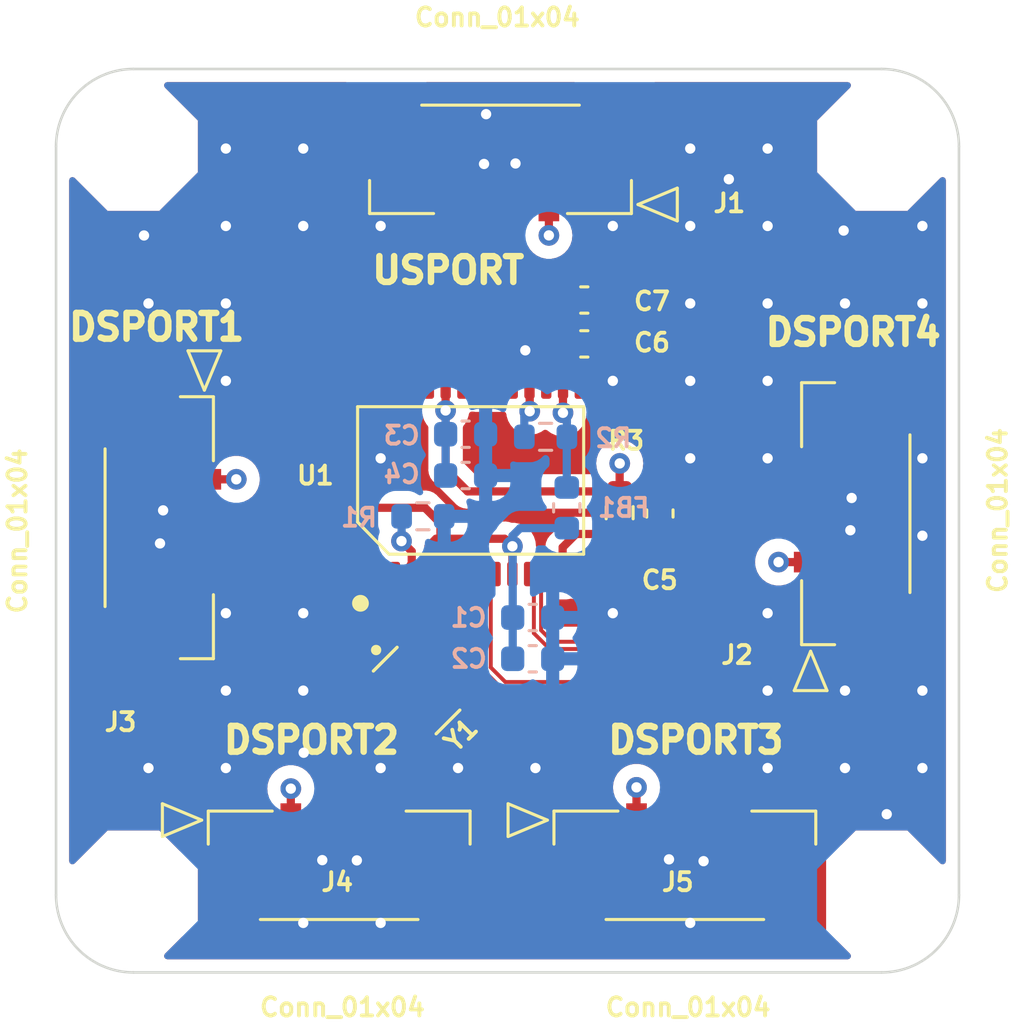
<source format=kicad_pcb>
(kicad_pcb (version 20211014) (generator pcbnew)
  (layers (0 "F.Cu" signal) (1 "In1.Cu" signal) (2 "In2.Cu" signal) (31 "B.Cu" signal) (34 "B.Paste" user) (35 "F.Paste" user) (36 "B.SilkS" user "B.Silkscreen") (37 "F.SilkS" user "F.Silkscreen") (38 "B.Mask" user) (39 "F.Mask" user) (44 "Edge.Cuts" user))
  (property "test" "gpio")
  (net 0 "")
  (net 1 "/AVDD")
  (net 2 "GND")
  (net 3 "+5V")
  (net 4 "/RESET")
  (net 5 "+3.3V")
  (net 6 "Net-(R1-Pad2)")
  (net 7 "Net-(R2-Pad2)")
  (net 8 "/X1")
  (net 9 "/X2")
  (net 15 "/D1-")
  (net 16 "/D1+")
  (net 17 "/D2-")
  (net 18 "/D2+")
  (net 19 "/D0+")
  (net 20 "/D0-")
  (net 21 "/D3-")
  (net 22 "/D3+")
  (net 23 "/D4-")
  (net 24 "/D4+")
  (footprint "Dotworld:JST-4P_1.25mm" (layer "F.Cu") (at 117.1 100.1 180)
    (fp_text reference "J4" (at -1.8 -2.4) (layer "F.SilkS") (effects (font (size 0.7 0.7))))
    (fp_text value "Conn_01x04" (at -2 -7.25) (layer "F.SilkS") (effects (font (size 0.7 0.7))))
    (fp_line (start -6.949991 0.35) (end -4.47004 0.35) (layer "F.SilkS") (width 0.12))
    (fp_line (start 3.453988 0) (end 4.977988 -0.635) (layer "F.SilkS") (width 0.12))
    (fp_line (start 4.977988 -0.635) (end 4.977988 0.635) (layer "F.SilkS") (width 0.12))
    (fp_line (start 1.17996 -3.849999) (end -4.92996 -3.849999) (layer "F.SilkS") (width 0.12))
    (fp_line (start 3.199989 0.35) (end 3.199989 -0.92996) (layer "F.SilkS") (width 0.12))
    (fp_line (start 0.72004 0.35) (end 3.199989 0.35) (layer "F.SilkS") (width 0.12))
    (fp_line (start 4.977988 0.635) (end 3.453988 0) (layer "F.SilkS") (width 0.12))
    (fp_line (start -6.949991 -0.92996) (end -6.949991 0.35) (layer "F.SilkS") (width 0.12))
    (pad "1" smd rect (at 0 0 180) (size 0.8 1.3) (layers "F.Cu" "F.Paste" "F.Mask") (net 3 "+5V"))
    (pad "2" smd rect (at -1.25 0 180) (size 0.8 1.3) (layers "F.Cu" "F.Paste" "F.Mask") (net 17 "/D2-"))
    (pad "3" smd rect (at -2.5 0 180) (size 0.8 1.3) (layers "F.Cu" "F.Paste" "F.Mask") (net 18 "/D2+"))
    (pad "4" smd rect (at -3.75 0 180) (size 0.8 1.3) (layers "F.Cu" "F.Paste" "F.Mask") (net 2 "GND"))
    (pad "5" smd rect (at 2.55 -2.75 180) (size 2.1 2.999999) (layers "F.Cu" "F.Paste" "F.Mask"))
    (pad "6" smd rect (at -6.3 -2.75 180) (size 2.1 2.999999) (layers "F.Cu" "F.Paste" "F.Mask"))
  )
  (footprint "Dotworld:JST-4P_1.25mm" (layer "F.Cu") (at 137.25 90.103502 -90)
    (fp_text reference "J2" (at 3.596498 2.85 180) (layer "F.SilkS") (effects (font (size 0.7 0.7))))
    (fp_text value "Conn_01x04" (at -2 -7.25 90) (layer "F.SilkS") (effects (font (size 0.7 0.7))))
    (fp_line (start 1.17996 -3.849999) (end -4.92996 -3.849999) (layer "F.SilkS") (width 0.12))
    (fp_line (start 4.977988 -0.635) (end 4.977988 0.635) (layer "F.SilkS") (width 0.12))
    (fp_line (start -6.949991 0.35) (end -4.47004 0.35) (layer "F.SilkS") (width 0.12))
    (fp_line (start 4.977988 0.635) (end 3.453988 0) (layer "F.SilkS") (width 0.12))
    (fp_line (start -6.949991 -0.92996) (end -6.949991 0.35) (layer "F.SilkS") (width 0.12))
    (fp_line (start 3.199989 0.35) (end 3.199989 -0.92996) (layer "F.SilkS") (width 0.12))
    (fp_line (start 0.72004 0.35) (end 3.199989 0.35) (layer "F.SilkS") (width 0.12))
    (fp_line (start 3.453988 0) (end 4.977988 -0.635) (layer "F.SilkS") (width 0.12))
    (pad "1" smd rect (at 0 0 270) (size 0.8 1.3) (layers "F.Cu" "F.Paste" "F.Mask") (net 3 "+5V"))
    (pad "2" smd rect (at -1.25 0 270) (size 0.8 1.3) (layers "F.Cu" "F.Paste" "F.Mask") (net 23 "/D4-"))
    (pad "3" smd rect (at -2.5 0 270) (size 0.8 1.3) (layers "F.Cu" "F.Paste" "F.Mask") (net 24 "/D4+"))
    (pad "4" smd rect (at -3.75 0 270) (size 0.8 1.3) (layers "F.Cu" "F.Paste" "F.Mask") (net 2 "GND"))
    (pad "5" smd rect (at 2.55 -2.75 270) (size 2.1 2.999999) (layers "F.Cu" "F.Paste" "F.Mask"))
    (pad "6" smd rect (at -6.3 -2.75 270) (size 2.1 2.999999) (layers "F.Cu" "F.Paste" "F.Mask"))
  )
  (footprint "MountingHole:MountingHole_2.2mm_M2" (layer "F.Cu") (at 111 103)
    (fp_text reference "H4" hide)
    (fp_text value "MountingHole")
    (pad "" np_thru_hole circle (at 0 0) (size 2.2 2.2) (drill 2.2) (layers *.Cu *.Mask))
  )
  (footprint "MountingHole:MountingHole_2.2mm_M2" (layer "F.Cu") (at 140 74)
    (fp_text reference "H2" hide)
    (fp_text value "MountingHole")
    (pad "" np_thru_hole circle (at 0 0) (size 2.2 2.2) (drill 2.2) (layers *.Cu *.Mask))
  )
  (footprint "Capacitor_SMD:C_0603_1608Metric" (layer "F.Cu") (at 131.4068 88.22 90)
    (fp_text reference "C5" (at -2.58 -0.0068 180) (layer "F.SilkS") (effects (font (size 0.7 0.7))))
    (fp_text value "100nF")
    (fp_line (start -0.14058 -0.51) (end 0.14058 -0.51) (layer "F.SilkS") (width 0.12))
    (fp_line (start -0.14058 0.51) (end 0.14058 0.51) (layer "F.SilkS") (width 0.12))
    (pad "1" smd roundrect (at -0.775 0 90) (size 0.9 0.95) (layers "F.Cu" "F.Paste" "F.Mask") (net 4 "/RESET"))
    (pad "2" smd roundrect (at 0.775 0 90) (size 0.9 0.95) (layers "F.Cu" "F.Paste" "F.Mask") (net 2 "GND"))
  )
  (footprint "Capacitor_SMD:C_0603_1608Metric" (layer "F.Cu") (at 128.4768 79.95)
    (fp_text reference "C7" (at 2.6232 0.05) (layer "F.SilkS") (effects (font (size 0.7 0.7))))
    (fp_text value "10uF")
    (fp_line (start -0.14058 -0.51) (end 0.14058 -0.51) (layer "F.SilkS") (width 0.12))
    (fp_line (start -0.14058 0.51) (end 0.14058 0.51) (layer "F.SilkS") (width 0.12))
    (pad "1" smd roundrect (at -0.775 0) (size 0.9 0.95) (layers "F.Cu" "F.Paste" "F.Mask") (net 5 "+3.3V"))
    (pad "2" smd roundrect (at 0.775 0) (size 0.9 0.95) (layers "F.Cu" "F.Paste" "F.Mask") (net 2 "GND"))
  )
  (footprint "Dotworld:Cera_Resona_12MHz-CSTNE12M0G55A000R0" (layer "F.Cu") (at 121.9768 95.08 -45)
    (fp_text reference "Y1" (at 2.43471 -0.002263 45) (layer "F.SilkS") (effects (font (size 0.7 0.7))))
    (fp_text value "CSTNE12M0G55A000R0")
    (fp_line (start 1.72 -0.65) (end 1.72 0.65) (layer "F.SilkS") (width 0.127))
    (fp_line (start -1.72 -0.65) (end -1.72 0.65) (layer "F.SilkS") (width 0.127))
    (fp_circle (center -2.22 0) (end -2.12 0) (layer "F.SilkS") (width 0.2) (fill none))
    (pad "1" smd rect (at -1.2 0 315) (size 0.4 1.9) (layers "F.Cu" "F.Paste" "F.Mask") (net 8 "/X1"))
    (pad "2" smd rect (at 0 0 315) (size 0.4 1.9) (layers "F.Cu" "F.Paste" "F.Mask") (net 2 "GND"))
    (pad "3" smd rect (at 1.2 0 315) (size 0.4 1.9) (layers "F.Cu" "F.Paste" "F.Mask") (net 9 "/X2"))
  )
  (footprint "Capacitor_SMD:C_0603_1608Metric" (layer "F.Cu") (at 128.4768 81.65)
    (fp_text reference "C6" (at 2.6232 -0.05) (layer "F.SilkS") (effects (font (size 0.7 0.7))))
    (fp_text value "100nF")
    (fp_line (start -0.14058 0.51) (end 0.14058 0.51) (layer "F.SilkS") (width 0.12))
    (fp_line (start -0.14058 -0.51) (end 0.14058 -0.51) (layer "F.SilkS") (width 0.12))
    (pad "1" smd roundrect (at -0.775 0) (size 0.9 0.95) (layers "F.Cu" "F.Paste" "F.Mask") (net 5 "+3.3V"))
    (pad "2" smd roundrect (at 0.775 0) (size 0.9 0.95) (layers "F.Cu" "F.Paste" "F.Mask") (net 2 "GND"))
  )
  (footprint "Dotworld:JST-4P_1.25mm" (layer "F.Cu") (at 130.5 100.1 180)
    (fp_text reference "J5" (at -1.6 -2.4) (layer "F.SilkS") (effects (font (size 0.7 0.7))))
    (fp_text value "Conn_01x04" (at -2 -7.25) (layer "F.SilkS") (effects (font (size 0.7 0.7))))
    (fp_line (start -6.949991 -0.92996) (end -6.949991 0.35) (layer "F.SilkS") (width 0.12))
    (fp_line (start -6.949991 0.35) (end -4.47004 0.35) (layer "F.SilkS") (width 0.12))
    (fp_line (start 0.72004 0.35) (end 3.199989 0.35) (layer "F.SilkS") (width 0.12))
    (fp_line (start 4.977988 0.635) (end 3.453988 0) (layer "F.SilkS") (width 0.12))
    (fp_line (start 4.977988 -0.635) (end 4.977988 0.635) (layer "F.SilkS") (width 0.12))
    (fp_line (start 1.17996 -3.849999) (end -4.92996 -3.849999) (layer "F.SilkS") (width 0.12))
    (fp_line (start 3.199989 0.35) (end 3.199989 -0.92996) (layer "F.SilkS") (width 0.12))
    (fp_line (start 3.453988 0) (end 4.977988 -0.635) (layer "F.SilkS") (width 0.12))
    (pad "1" smd rect (at 0 0 180) (size 0.8 1.3) (layers "F.Cu" "F.Paste" "F.Mask") (net 3 "+5V"))
    (pad "2" smd rect (at -1.25 0 180) (size 0.8 1.3) (layers "F.Cu" "F.Paste" "F.Mask") (net 21 "/D3-"))
    (pad "3" smd rect (at -2.5 0 180) (size 0.8 1.3) (layers "F.Cu" "F.Paste" "F.Mask") (net 22 "/D3+"))
    (pad "4" smd rect (at -3.75 0 180) (size 0.8 1.3) (layers "F.Cu" "F.Paste" "F.Mask") (net 2 "GND"))
    (pad "5" smd rect (at 2.55 -2.75 180) (size 2.1 2.999999) (layers "F.Cu" "F.Paste" "F.Mask"))
    (pad "6" smd rect (at -6.3 -2.75 180) (size 2.1 2.999999) (layers "F.Cu" "F.Paste" "F.Mask"))
  )
  (footprint "MountingHole:MountingHole_2.2mm_M2" (layer "F.Cu") (at 140 103)
    (fp_text reference "H3" hide)
    (fp_text value "MountingHole")
    (pad "" np_thru_hole circle (at 0 0) (size 2.2 2.2) (drill 2.2) (layers *.Cu *.Mask))
  )
  (footprint "Resistor_SMD:R_0603_1608Metric" (layer "F.Cu") (at 129.8468 88.19 90)
    (fp_text reference "R3" (at 2.79 0.2532 180) (layer "F.SilkS") (effects (font (size 0.7 0.7))))
    (fp_text value "10K")
    (fp_line (start -0.237258 0.5225) (end 0.237258 0.5225) (layer "F.SilkS") (width 0.12))
    (fp_line (start -0.237258 -0.5225) (end 0.237258 -0.5225) (layer "F.SilkS") (width 0.12))
    (pad "1" smd roundrect (at -0.825 0 90) (size 0.8 0.95) (layers "F.Cu" "F.Paste" "F.Mask") (net 4 "/RESET"))
    (pad "2" smd roundrect (at 0.825 0 90) (size 0.8 0.95) (layers "F.Cu" "F.Paste" "F.Mask") (net 3 "+5V"))
  )
  (footprint "Dotworld:JST-4P_1.25mm" (layer "F.Cu") (at 113.75 86.896499 90)
    (fp_text reference "J3" (at -9.403501 -3.25 180) (layer "F.SilkS") (effects (font (size 0.7 0.7))))
    (fp_text value "Conn_01x04" (at -2 -7.25 90) (layer "F.SilkS") (effects (font (size 0.7 0.7))))
    (fp_line (start 3.453988 0) (end 4.977988 -0.635) (layer "F.SilkS") (width 0.12))
    (fp_line (start -6.949991 -0.92996) (end -6.949991 0.35) (layer "F.SilkS") (width 0.12))
    (fp_line (start 4.977988 -0.635) (end 4.977988 0.635) (layer "F.SilkS") (width 0.12))
    (fp_line (start 1.17996 -3.849999) (end -4.92996 -3.849999) (layer "F.SilkS") (width 0.12))
    (fp_line (start 3.199989 0.35) (end 3.199989 -0.92996) (layer "F.SilkS") (width 0.12))
    (fp_line (start -6.949991 0.35) (end -4.47004 0.35) (layer "F.SilkS") (width 0.12))
    (fp_line (start 4.977988 0.635) (end 3.453988 0) (layer "F.SilkS") (width 0.12))
    (fp_line (start 0.72004 0.35) (end 3.199989 0.35) (layer "F.SilkS") (width 0.12))
    (pad "1" smd rect (at 0 0 90) (size 0.8 1.3) (layers "F.Cu" "F.Paste" "F.Mask") (net 3 "+5V"))
    (pad "2" smd rect (at -1.25 0 90) (size 0.8 1.3) (layers "F.Cu" "F.Paste" "F.Mask") (net 15 "/D1-"))
    (pad "3" smd rect (at -2.5 0 90) (size 0.8 1.3) (layers "F.Cu" "F.Paste" "F.Mask") (net 16 "/D1+"))
    (pad "4" smd rect (at -3.75 0 90) (size 0.8 1.3) (layers "F.Cu" "F.Paste" "F.Mask") (net 2 "GND"))
    (pad "5" smd rect (at 2.55 -2.75 90) (size 2.1 2.999999) (layers "F.Cu" "F.Paste" "F.Mask"))
    (pad "6" smd rect (at -6.3 -2.75 90) (size 2.1 2.999999) (layers "F.Cu" "F.Paste" "F.Mask"))
  )
  (footprint "Dotworld:SOIC-28" (layer "F.Cu") (at 123.6768 86.75)
    (fp_text reference "U1" (at -5.625 0 180) (layer "F.SilkS") (effects (font (size 0.7 0.7))))
    (fp_text value "GL850G")
    (fp_line (start 4.7752 -2.667) (end 4.7752 3.048) (layer "F.SilkS") (width 0.12))
    (fp_line (start -3.9878 1.8034) (end -3.9878 -2.667) (layer "F.SilkS") (width 0.12))
    (fp_line (start -3.9878 -2.667) (end 4.7752 -2.667) (layer "F.SilkS") (width 0.12))
    (fp_line (start -3.9878 1.8034) (end -2.7686 3.048) (layer "F.SilkS") (width 0.12))
    (fp_line (start 4.7752 3.048) (end -2.7686 3.048) (layer "F.SilkS") (width 0.12))
    (pad "1" smd roundrect (at -3.825 3.8168) (size 0.4 0.95) (layers "F.Cu" "F.Paste" "F.Mask") (net 1 "/AVDD"))
    (pad "2" smd roundrect (at -3.19 3.8168) (size 0.4 0.95) (layers "F.Cu" "F.Paste" "F.Mask") (net 17 "/D2-"))
    (pad "3" smd roundrect (at -2.54 3.8168) (size 0.4 0.95) (layers "F.Cu" "F.Paste" "F.Mask") (net 18 "/D2+"))
    (pad "4" smd roundrect (at -1.89 3.8168) (size 0.4 0.95) (layers "F.Cu" "F.Paste" "F.Mask") (net 6 "Net-(R1-Pad2)"))
    (pad "5" smd roundrect (at -1.24 3.8168) (size 0.4 0.95) (layers "F.Cu" "F.Paste" "F.Mask") (net 1 "/AVDD"))
    (pad "6" smd roundrect (at -0.59 3.8168) (size 0.4 0.95) (layers "F.Cu" "F.Paste" "F.Mask") (net 8 "/X1"))
    (pad "7" smd roundrect (at 0.06 3.8168) (size 0.4 0.95) (layers "F.Cu" "F.Paste" "F.Mask") (net 9 "/X2"))
    (pad "8" smd roundrect (at 0.71 3.8168) (size 0.4 0.95) (layers "F.Cu" "F.Paste" "F.Mask") (net 21 "/D3-"))
    (pad "9" smd roundrect (at 1.36 3.8168) (size 0.4 0.95) (layers "F.Cu" "F.Paste" "F.Mask") (net 22 "/D3+"))
    (pad "10" smd roundrect (at 2.01 3.8168) (size 0.4 0.95) (layers "F.Cu" "F.Paste" "F.Mask") (net 1 "/AVDD"))
    (pad "11" smd roundrect (at 2.66 3.8168) (size 0.4 0.95) (layers "F.Cu" "F.Paste" "F.Mask") (net 23 "/D4-"))
    (pad "12" smd roundrect (at 3.31 3.8168) (size 0.4 0.95) (layers "F.Cu" "F.Paste" "F.Mask") (net 24 "/D4+"))
    (pad "13" smd roundrect (at 3.96 3.8168) (size 0.4 0.95) (layers "F.Cu" "F.Paste" "F.Mask") (net 4 "/RESET"))
    (pad "14" smd roundrect (at 4.61 3.8168) (size 0.4 0.95) (layers "F.Cu" "F.Paste" "F.Mask"))
    (pad "15" smd roundrect (at 4.625 -3.4476) (size 0.4 0.95) (layers "F.Cu" "F.Paste" "F.Mask") (net 2 "GND"))
    (pad "16" smd roundrect (at 3.975 -3.4476) (size 0.4 0.95) (layers "F.Cu" "F.Paste" "F.Mask") (net 5 "+3.3V"))
    (pad "17" smd roundrect (at 3.325 -3.4476) (size 0.4 0.95) (layers "F.Cu" "F.Paste" "F.Mask") (net 2 "GND"))
    (pad "18" smd roundrect (at 2.675 -3.4476) (size 0.4 0.95) (layers "F.Cu" "F.Paste" "F.Mask") (net 7 "Net-(R2-Pad2)"))
    (pad "19" smd roundrect (at 2.025 -3.4476) (size 0.4 0.95) (layers "F.Cu" "F.Paste" "F.Mask"))
    (pad "20" smd roundrect (at 1.375 -3.4476) (size 0.4 0.95) (layers "F.Cu" "F.Paste" "F.Mask"))
    (pad "21" smd roundrect (at 0.725 -3.4476) (size 0.4 0.95) (layers "F.Cu" "F.Paste" "F.Mask"))
    (pad "22" smd roundrect (at 0.075 -3.4476) (size 0.4 0.95) (layers "F.Cu" "F.Paste" "F.Mask"))
    (pad "23" smd roundrect (at -0.575 -3.4476) (size 0.4 0.95) (layers "F.Cu" "F.Paste" "F.Mask") (net 3 "+5V"))
    (pad "24" smd roundrect (at -1.225 -3.4476) (size 0.4 0.95) (layers "F.Cu" "F.Paste" "F.Mask") (net 5 "+3.3V"))
    (pad "25" smd roundrect (at -1.875 -3.4476) (size 0.4 0.95) (layers "F.Cu" "F.Paste" "F.Mask") (net 20 "/D0-"))
    (pad "26" smd roundrect (at -2.525 -3.4476) (size 0.4 0.95) (layers "F.Cu" "F.Paste" "F.Mask") (net 19 "/D0+"))
    (pad "27" smd roundrect (at -3.175 -3.4476) (size 0.4 0.95) (layers "F.Cu" "F.Paste" "F.Mask") (net 15 "/D1-"))
    (pad "28" smd roundrect (at -3.825 -3.4476) (size 0.4 0.95) (layers "F.Cu" "F.Paste" "F.Mask") (net 16 "/D1+"))
  )
  (footprint "MountingHole:MountingHole_2.2mm_M2" (layer "F.Cu") (at 111 74)
    (fp_text reference "H1" hide)
    (fp_text value "MountingHole")
    (pad "" np_thru_hole circle (at 0 0) (size 2.2 2.2) (drill 2.2) (layers *.Cu *.Mask))
  )
  (footprint "Dotworld:JST-4P_1.25mm" (layer "F.Cu") (at 127.103502 76.25)
    (fp_text reference "J1" (at 6.996498 -0.05) (layer "F.SilkS") (effects (font (size 0.7 0.7))))
    (fp_text value "Conn_01x04" (at -2 -7.25) (layer "F.SilkS") (effects (font (size 0.7 0.7))))
    (fp_line (start 4.977988 -0.635) (end 4.977988 0.635) (layer "F.SilkS") (width 0.12))
    (fp_line (start 1.17996 -3.849999) (end -4.92996 -3.849999) (layer "F.SilkS") (width 0.12))
    (fp_line (start 4.977988 0.635) (end 3.453988 0) (layer "F.SilkS") (width 0.12))
    (fp_line (start 0.72004 0.35) (end 3.199989 0.35) (layer "F.SilkS") (width 0.12))
    (fp_line (start -6.949991 -0.92996) (end -6.949991 0.35) (layer "F.SilkS") (width 0.12))
    (fp_line (start 3.199989 0.35) (end 3.199989 -0.92996) (layer "F.SilkS") (width 0.12))
    (fp_line (start -6.949991 0.35) (end -4.47004 0.35) (layer "F.SilkS") (width 0.12))
    (fp_line (start 3.453988 0) (end 4.977988 -0.635) (layer "F.SilkS") (width 0.12))
    (pad "1" smd rect (at 0 0) (size 0.8 1.3) (layers "F.Cu" "F.Paste" "F.Mask") (net 3 "+5V"))
    (pad "2" smd rect (at -1.25 0) (size 0.8 1.3) (layers "F.Cu" "F.Paste" "F.Mask") (net 20 "/D0-"))
    (pad "3" smd rect (at -2.5 0) (size 0.8 1.3) (layers "F.Cu" "F.Paste" "F.Mask") (net 19 "/D0+"))
    (pad "4" smd rect (at -3.75 0) (size 0.8 1.3) (layers "F.Cu" "F.Paste" "F.Mask") (net 2 "GND"))
    (pad "5" smd rect (at 2.55 -2.75) (size 2.1 2.999999) (layers "F.Cu" "F.Paste" "F.Mask"))
    (pad "6" smd rect (at -6.3 -2.75) (size 2.1 2.999999) (layers "F.Cu" "F.Paste" "F.Mask"))
  )
  (footprint "Inductor_SMD:L_0603_1608Metric" (layer "B.Cu") (at 127.7968 88 90)
    (fp_text reference "FB1" (at 0 2.2032 180) (layer "B.SilkS") (effects (font (size 0.7 0.7)) (justify mirror)))
    (fp_text value "FerriteBead_Small")
    (fp_line (start -0.162779 -0.51) (end 0.162779 -0.51) (layer "B.SilkS") (width 0.12))
    (fp_line (start -0.162779 0.51) (end 0.162779 0.51) (layer "B.SilkS") (width 0.12))
    (pad "1" smd roundrect (at -0.7875 0 90) (size 0.875 0.95) (layers "B.Cu" "B.Paste" "B.Mask") (net 1 "/AVDD"))
    (pad "2" smd roundrect (at 0.7875 0 90) (size 0.875 0.95) (layers "B.Cu" "B.Paste" "B.Mask") (net 5 "+3.3V"))
  )
  (footprint "Capacitor_SMD:C_0603_1608Metric" (layer "B.Cu") (at 126.4768 93.85)
    (fp_text reference "C2" (at -2.4768 0 180) (layer "B.SilkS") (effects (font (size 0.7 0.7)) (justify mirror)))
    (fp_text value "100nF")
    (fp_line (start -0.14058 0.51) (end 0.14058 0.51) (layer "B.SilkS") (width 0.12))
    (fp_line (start -0.14058 -0.51) (end 0.14058 -0.51) (layer "B.SilkS") (width 0.12))
    (pad "1" smd roundrect (at -0.775 0) (size 0.9 0.95) (layers "B.Cu" "B.Paste" "B.Mask") (net 1 "/AVDD"))
    (pad "2" smd roundrect (at 0.775 0) (size 0.9 0.95) (layers "B.Cu" "B.Paste" "B.Mask") (net 2 "GND"))
  )
  (footprint "Capacitor_SMD:C_0603_1608Metric" (layer "B.Cu") (at 126.4768 92.25)
    (fp_text reference "C1" (at -2.4868 0.01) (layer "B.SilkS") (effects (font (size 0.7 0.7)) (justify mirror)))
    (fp_text value "100nF")
    (fp_line (start -0.14058 0.51) (end 0.14058 0.51) (layer "B.SilkS") (width 0.12))
    (fp_line (start -0.14058 -0.51) (end 0.14058 -0.51) (layer "B.SilkS") (width 0.12))
    (pad "1" smd roundrect (at -0.775 0) (size 0.9 0.95) (layers "B.Cu" "B.Paste" "B.Mask") (net 1 "/AVDD"))
    (pad "2" smd roundrect (at 0.775 0) (size 0.9 0.95) (layers "B.Cu" "B.Paste" "B.Mask") (net 2 "GND"))
  )
  (footprint "Resistor_SMD:R_0603_1608Metric" (layer "B.Cu") (at 122.22 88.33 180)
    (fp_text reference "R1" (at 2.4768 -0.05) (layer "B.SilkS") (effects (font (size 0.7 0.7)) (justify mirror)))
    (fp_text value "680R")
    (fp_line (start -0.237258 0.5225) (end 0.237258 0.5225) (layer "B.SilkS") (width 0.12))
    (fp_line (start -0.237258 -0.5225) (end 0.237258 -0.5225) (layer "B.SilkS") (width 0.12))
    (pad "1" smd roundrect (at -0.825 0 180) (size 0.8 0.95) (layers "B.Cu" "B.Paste" "B.Mask") (net 2 "GND"))
    (pad "2" smd roundrect (at 0.825 0 180) (size 0.8 0.95) (layers "B.Cu" "B.Paste" "B.Mask") (net 6 "Net-(R1-Pad2)"))
  )
  (footprint "Capacitor_SMD:C_0603_1608Metric" (layer "B.Cu") (at 123.8768 85.15)
    (fp_text reference "C3" (at -2.4768 0.05) (layer "B.SilkS") (effects (font (size 0.7 0.7)) (justify mirror)))
    (fp_text value "100nF")
    (fp_line (start -0.14058 -0.51) (end 0.14058 -0.51) (layer "B.SilkS") (width 0.12))
    (fp_line (start -0.14058 0.51) (end 0.14058 0.51) (layer "B.SilkS") (width 0.12))
    (pad "1" smd roundrect (at -0.775 0) (size 0.9 0.95) (layers "B.Cu" "B.Paste" "B.Mask") (net 3 "+5V"))
    (pad "2" smd roundrect (at 0.775 0) (size 0.9 0.95) (layers "B.Cu" "B.Paste" "B.Mask") (net 2 "GND"))
  )
  (footprint "Capacitor_SMD:C_0603_1608Metric" (layer "B.Cu") (at 123.8768 86.75)
    (fp_text reference "C4" (at -2.4768 -0.05) (layer "B.SilkS") (effects (font (size 0.7 0.7)) (justify mirror)))
    (fp_text value "1OuF")
    (fp_line (start -0.14058 0.51) (end 0.14058 0.51) (layer "B.SilkS") (width 0.12))
    (fp_line (start -0.14058 -0.51) (end 0.14058 -0.51) (layer "B.SilkS") (width 0.12))
    (pad "1" smd roundrect (at -0.775 0) (size 0.9 0.95) (layers "B.Cu" "B.Paste" "B.Mask") (net 3 "+5V"))
    (pad "2" smd roundrect (at 0.775 0) (size 0.9 0.95) (layers "B.Cu" "B.Paste" "B.Mask") (net 2 "GND"))
  )
  (footprint "Resistor_SMD:R_0603_1608Metric" (layer "B.Cu") (at 126.9768 85.25 180)
    (fp_text reference "R2" (at -2.6232 -0.05) (layer "B.SilkS") (effects (font (size 0.7 0.7)) (justify mirror)))
    (fp_text value "10K")
    (fp_line (start -0.237258 0.5225) (end 0.237258 0.5225) (layer "B.SilkS") (width 0.12))
    (fp_line (start -0.237258 -0.5225) (end 0.237258 -0.5225) (layer "B.SilkS") (width 0.12))
    (pad "1" smd roundrect (at -0.825 0 180) (size 0.8 0.95) (layers "B.Cu" "B.Paste" "B.Mask") (net 5 "+3.3V"))
    (pad "2" smd roundrect (at 0.825 0 180) (size 0.8 0.95) (layers "B.Cu" "B.Paste" "B.Mask") (net 7 "Net-(R2-Pad2)"))
  )
  (gr_circle locked (center 119.8 91.7) (end 120.025 91.7) (layer "F.SilkS") (width 0.2) (fill solid))
  (gr_arc (start 111 106) (mid 108.87868 105.12132) (end 108 103) (layer "Edge.Cuts") (width 0.1))
  (gr_arc (start 108 74) (mid 108.87868 71.87868) (end 111 71) (layer "Edge.Cuts") (width 0.1))
  (gr_line (start 140 71) (end 111 71) (layer "Edge.Cuts") (width 0.1))
  (gr_line (start 143 103) (end 143 74) (layer "Edge.Cuts") (width 0.1))
  (gr_arc (start 143 103) (mid 142.12132 105.12132) (end 140 106) (layer "Edge.Cuts") (width 0.1))
  (gr_line (start 108 74) (end 108 103) (layer "Edge.Cuts") (width 0.1))
  (gr_line (start 111 106) (end 140 106) (layer "Edge.Cuts") (width 0.1))
  (gr_arc (start 140 71) (mid 142.12132 71.87868) (end 143 74) (layer "Edge.Cuts") (width 0.1))
  (gr_text "DSPORT3" (at 132.8 97) (layer "F.SilkS") (effects (font (size 1 1) (thickness 0.25))))
  (gr_text "DSPORT1" (at 111.9 81) (layer "F.SilkS") (effects (font (size 1 1) (thickness 0.25))))
  (gr_text "DSPORT4" (at 138.9 81.2) (layer "F.SilkS") (effects (font (size 1 1) (thickness 0.25))))
  (gr_text "USPORT" (at 123.2 78.8) (layer "F.SilkS") (effects (font (size 1 1) (thickness 0.25))))
  (gr_text "DSPORT2" (at 117.9 97) (layer "F.SilkS") (effects (font (size 1 1) (thickness 0.25))))
  (segment (start 122.73 89.2) (end 122.9 89.2) (width 0.3175) (layer "F.Cu") (net 1))
  (segment (start 125.6868 89.4968) (end 125.6868 90.5668) (width 0.3175) (layer "F.Cu") (net 1))
  (segment (start 119.8518 90.5668) (end 119.8518 88.5482) (width 0.3175) (layer "F.Cu") (net 1))
  (segment (start 122.9 89.2) (end 125.39 89.2) (width 0.3175) (layer "F.Cu") (net 1))
  (segment (start 122.4368 89.4932) (end 122.73 89.2) (width 0.3175) (layer "F.Cu") (net 1))
  (segment (start 122.9 88.6) (end 122.9 89.2) (width 0.3175) (layer "F.Cu") (net 1))
  (segment (start 125.39 89.2) (end 125.6868 89.4968) (width 0.3175) (layer "F.Cu") (net 1))
  (segment (start 122.4368 90.5668) (end 122.4368 89.4932) (width 0.3175) (layer "F.Cu") (net 1))
  (segment (start 122.3 88) (end 122.9 88.6) (width 0.3175) (layer "F.Cu") (net 1))
  (segment (start 119.8518 88.5482) (end 120.4 88) (width 0.3175) (layer "F.Cu") (net 1))
  (segment (start 120.4 88) (end 122.3 88) (width 0.3175) (layer "F.Cu") (net 1))
  (via (at 125.69 89.49) (size 0.8) (drill 0.4) (layers "F.Cu" "B.Cu") (net 1))
  (segment (start 125.7018 92.25) (end 125.7018 93.85) (width 0.3175) (layer "B.Cu") (net 1))
  (segment (start 125.7018 89.5018) (end 125.69 89.49) (width 0.3175) (layer "B.Cu") (net 1))
  (segment (start 125.9925 88.7875) (end 125.69 89.09) (width 0.3175) (layer "B.Cu") (net 1))
  (segment (start 127.7968 88.7875) (end 125.9925 88.7875) (width 0.3175) (layer "B.Cu") (net 1))
  (segment (start 125.69 89.09) (end 125.69 89.49) (width 0.3175) (layer "B.Cu") (net 1))
  (segment (start 125.7018 92.25) (end 125.7018 89.5018) (width 0.3175) (layer "B.Cu") (net 1))
  (segment (start 127.0018 82.7118) (end 126.19 81.9) (width 0.3175) (layer "F.Cu") (net 2))
  (segment (start 127.0018 83.3024) (end 127.0018 82.7118) (width 0.3175) (layer "F.Cu") (net 2))
  (via (at 134.08 75.27) (size 0.8) (drill 0.4) (layers "F.Cu" "B.Cu") (net 2))
  (via (at 117.6 97.49) (size 0.8) (drill 0.4) (layers "F.Cu" "B.Cu") (net 2))
  (via (at 117.5825 92.0825) (size 0.8) (drill 0.4) (layers "F.Cu" "B.Cu") (net 2))
  (via (at 141.5825 77.0825) (size 0.8) (drill 0.4) (layers "F.Cu" "B.Cu") (net 2))
  (via (at 141.5825 86.0825) (size 0.8) (drill 0.4) (layers "F.Cu" "B.Cu") (net 2))
  (via (at 120.5825 104.0825) (size 0.8) (drill 0.4) (layers "F.Cu" "B.Cu") (net 2))
  (via (at 114.5825 98.0825) (size 0.8) (drill 0.4) (layers "F.Cu" "B.Cu") (net 2))
  (via (at 140.2 99.87) (size 0.8) (drill 0.4) (layers "F.Cu" "B.Cu") (net 2))
  (via (at 141.5825 89.0825) (size 0.8) (drill 0.4) (layers "F.Cu" "B.Cu") (net 2))
  (via (at 111.41 77.45) (size 0.8) (drill 0.4) (layers "F.Cu" "B.Cu") (net 2))
  (via (at 120.5825 77.0825) (size 0.8) (drill 0.4) (layers "F.Cu" "B.Cu") (net 2))
  (via (at 135.5825 86.0825) (size 0.8) (drill 0.4) (layers "F.Cu" "B.Cu") (net 2))
  (via (at 138.84 87.62) (size 0.8) (drill 0.4) (layers "F.Cu" "B.Cu") (net 2))
  (via (at 120.5825 86.0825) (size 0.8) (drill 0.4) (layers "F.Cu" "B.Cu") (net 2))
  (via (at 138.5825 95.0825) (size 0.8) (drill 0.4) (layers "F.Cu" "B.Cu") (net 2))
  (via (at 132.5825 77.0825) (size 0.8) (drill 0.4) (layers "F.Cu" "B.Cu") (net 2))
  (via (at 112.15 88.1) (size 0.8) (drill 0.4) (layers "F.Cu" "B.Cu") (net 2))
  (via (at 132.5825 83.0825) (size 0.8) (drill 0.4) (layers "F.Cu" "B.Cu") (net 2))
  (via (at 120.5825 98.0825) (size 0.8) (drill 0.4) (layers "F.Cu" "B.Cu") (net 2))
  (via (at 129.5825 77.0825) (size 0.8) (drill 0.4) (layers "F.Cu" "B.Cu") (net 2))
  (via (at 135.5825 83.0825) (size 0.8) (drill 0.4) (layers "F.Cu" "B.Cu") (net 2))
  (via (at 114.5825 95.0825) (size 0.8) (drill 0.4) (layers "F.Cu" "B.Cu") (net 2))
  (via (at 133.1 101.69) (size 0.8) (drill 0.4) (layers "F.Cu" "B.Cu") (net 2))
  (via (at 138.53 77.26) (size 0.8) (drill 0.4) (layers "F.Cu" "B.Cu") (net 2))
  (via (at 135.5825 80.0825) (size 0.8) (drill 0.4) (layers "F.Cu" "B.Cu") (net 2))
  (via (at 117.5825 74.0825) (size 0.8) (drill 0.4) (layers "F.Cu" "B.Cu") (net 2))
  (via (at 141.5825 95.0825) (size 0.8) (drill 0.4) (layers "F.Cu" "B.Cu") (net 2))
  (via (at 132.5825 80.0825) (size 0.8) (drill 0.4) (layers "F.Cu" "B.Cu") (net 2))
  (via (at 138.5825 80.0825) (size 0.8) (drill 0.4) (layers "F.Cu" "B.Cu") (net 2))
  (via (at 124.67 72.75) (size 0.8) (drill 0.4) (layers "F.Cu" "B.Cu") (net 2))
  (via (at 126.19 81.9) (size 0.8) (drill 0.4) (layers "F.Cu" "B.Cu") (net 2))
  (via (at 118.32 101.65) (size 0.8) (drill 0.4) (layers "F.Cu" "B.Cu") (net 2))
  (via (at 135.5825 77.0825) (size 0.8) (drill 0.4) (layers "F.Cu" "B.Cu") (net 2))
  (via (at 114.5825 80.0825) (size 0.8) (drill 0.4) (layers "F.Cu" "B.Cu") (net 2))
  (via (at 114.5825 74.0825) (size 0.8) (drill 0.4) (layers "F.Cu" "B.Cu") (net 2))
  (via (at 111.5825 80.0825) (size 0.8) (drill 0.4) (layers "F.Cu" "B.Cu") (net 2))
  (via (at 129.5825 83.0825) (size 0.8) (drill 0.4) (layers "F.Cu" "B.Cu") (net 2))
  (via (at 124.59 74.68) (size 0.8) (drill 0.4) (layers "F.Cu" "B.Cu") (net 2))
  (via (at 129.5825 92.0825) (size 0.8) (drill 0.4) (layers "F.Cu" "B.Cu") (net 2))
  (via (at 125.81 74.66) (size 0.8) (drill 0.4) (layers "F.Cu" "B.Cu") (net 2))
  (via (at 138.5825 98.0825) (size 0.8) (drill 0.4) (layers "F.Cu" "B.Cu") (net 2))
  (via (at 135.5825 74.0825) (size 0.8) (drill 0.4) (layers "F.Cu" "B.Cu") (net 2))
  (via (at 132.5825 104.0825) (size 0.8) (drill 0.4) (layers "F.Cu" "B.Cu") (net 2))
  (via (at 112.03 89.38) (size 0.8) (drill 0.4) (layers "F.Cu" "B.Cu") (net 2))
  (via (at 117.5825 95.0825) (size 0.8) (drill 0.4) (layers "F.Cu" "B.Cu") (net 2))
  (via (at 114.5825 77.0825) (size 0.8) (drill 0.4) (layers "F.Cu" "B.Cu") (net 2))
  (via (at 141.5825 80.0825) (size 0.8) (drill 0.4) (layers "F.Cu" "B.Cu") (net 2))
  (via (at 119.66 101.66) (size 0.8) (drill 0.4) (layers "F.Cu" "B.Cu") (net 2))
  (via (at 138.79 88.87) (size 0.8) (drill 0.4) (layers "F.Cu" "B.Cu") (net 2))
  (via (at 132.5825 86.0825) (size 0.8) (drill 0.4) (layers "F.Cu" "B.Cu") (net 2))
  (via (at 111.5825 98.0825) (size 0.8) (drill 0.4) (layers "F.Cu" "B.Cu") (net 2))
  (via (at 117.5825 104.0825) (size 0.8) (drill 0.4) (layers "F.Cu" "B.Cu") (net 2))
  (via (at 131.76 101.62) (size 0.8) (drill 0.4) (layers "F.Cu" "B.Cu") (net 2))
  (via (at 135.5825 98.0825) (size 0.8) (drill 0.4) (layers "F.Cu" "B.Cu") (net 2))
  (via (at 114.5825 92.0825) (size 0.8) (drill 0.4) (layers "F.Cu" "B.Cu") (net 2))
  (via (at 132.5825 74.0825) (size 0.8) (drill 0.4) (layers "F.Cu" "B.Cu") (net 2))
  (via (at 117.5825 77.0825) (size 0.8) (drill 0.4) (layers "F.Cu" "B.Cu") (net 2))
  (via (at 135.5825 95.0825) (size 0.8) (drill 0.4) (layers "F.Cu" "B.Cu") (net 2))
  (via (at 114.5825 83.0825) (size 0.8) (drill 0.4) (layers "F.Cu" "B.Cu") (net 2))
  (via (at 141.5825 98.0825) (size 0.8) (drill 0.4) (layers "F.Cu" "B.Cu") (net 2))
  (via (at 123.5825 98.0825) (size 0.8) (drill 0.4) (layers "F.Cu" "B.Cu") (net 2))
  (via (at 126.5825 98.0825) (size 0.8) (drill 0.4) (layers "F.Cu" "B.Cu") (net 2))
  (via (at 135.5825 92.0825) (size 0.8) (drill 0.4) (layers "F.Cu" "B.Cu") (net 2))
  (segment (start 136.006498 90.103502) (end 137.25 90.103502) (width 0.3175) (layer "F.Cu") (net 3))
  (segment (start 127.103502 77.446498) (end 127.103502 76.25) (width 0.3175) (layer "F.Cu") (net 3))
  (segment (start 129.8468 87.365) (end 129.8468 86.2832) (width 0.3175) (layer "F.Cu") (net 3))
  (segment (start 123.1 83.3042) (end 123.1018 83.3024) (width 0.3175) (layer "F.Cu") (net 3))
  (segment (start 123.1 86.51) (end 123.1 84.23) (width 0.3175) (layer "F.Cu") (net 3))
  (segment (start 129.8468 86.2832) (end 129.85 86.28) (width 0.3175) (layer "F.Cu") (net 3))
  (segment (start 129.8468 87.365) (end 123.955 87.365) (width 0.3175) (layer "F.Cu") (net 3))
  (segment (start 130.5 100.1) (end 130.5 98.83) (width 0.3175) (layer "F.Cu") (net 3))
  (segment (start 114.986499 86.896499) (end 113.75 86.896499) (width 0.3175) (layer "F.Cu") (net 3))
  (segment (start 117.1 100.1) (end 117.1 98.88) (width 0.3175) (layer "F.Cu") (net 3))
  (segment (start 123.1 84.23) (end 123.1 83.3042) (width 0.3175) (layer "F.Cu") (net 3))
  (segment (start 123.955 87.365) (end 123.1 86.51) (width 0.3175) (layer "F.Cu") (net 3))
  (via (at 129.85 86.28) (size 0.8) (drill 0.4) (layers "F.Cu" "B.Cu") (net 3))
  (via (at 123.1 84.23) (size 0.8) (drill 0.4) (layers "F.Cu" "B.Cu") (net 3))
  (via (at 136.006498 90.103502) (size 0.8) (drill 0.4) (layers "F.Cu" "B.Cu") (net 3))
  (via (at 114.986499 86.896499) (size 0.8) (drill 0.4) (layers "F.Cu" "B.Cu") (net 3))
  (via (at 117.1 98.88) (size 0.8) (drill 0.4) (layers "F.Cu" "B.Cu") (net 3))
  (via (at 127.103502 77.446498) (size 0.8) (drill 0.4) (layers "F.Cu" "B.Cu") (net 3))
  (via (at 130.5 98.83) (size 0.8) (drill 0.4) (layers "F.Cu" "B.Cu") (net 3))
  (segment (start 123.1018 84.2318) (end 123.1 84.23) (width 0.3175) (layer "B.Cu") (net 3))
  (segment (start 123.1018 85.15) (end 123.1018 84.2318) (width 0.3175) (layer "B.Cu") (net 3))
  (segment (start 123.1018 86.75) (end 123.1018 85.15) (width 0.3175) (layer "B.Cu") (net 3))
  (segment (start 131.3868 89.015) (end 131.4068 88.995) (width 0.3175) (layer "F.Cu") (net 4))
  (segment (start 127.6368 89.5332) (end 128.155 89.015) (width 0.3175) (layer "F.Cu") (net 4))
  (segment (start 129.8468 89.015) (end 131.3868 89.015) (width 0.3175) (layer "F.Cu") (net 4))
  (segment (start 127.6368 90.5668) (end 127.6368 89.5332) (width 0.3175) (layer "F.Cu") (net 4))
  (segment (start 128.155 89.015) (end 129.8468 89.015) (width 0.3175) (layer "F.Cu") (net 4))
  (segment (start 127.65 84.32) (end 127.65 83.3042) (width 0.3175) (layer "F.Cu") (net 5))
  (segment (start 127.7018 79.95) (end 127.7018 80.8018) (width 0.3175) (layer "F.Cu") (net 5))
  (segment (start 127.65 83.3042) (end 127.6518 83.3024) (width 0.3175) (layer "F.Cu") (net 5))
  (segment (start 122.4518 81.7582) (end 123.35675 80.85325) (width 0.3175) (layer "F.Cu") (net 5))
  (segment (start 127.7018 81.65) (end 127.6518 81.7) (width 0.3175) (layer "F.Cu") (net 5))
  (segment (start 123.35675 80.85325) (end 127.65035 80.85325) (width 0.3175) (layer "F.Cu") (net 5))
  (segment (start 127.7018 80.8018) (end 127.7018 81.65) (width 0.3175) (layer "F.Cu") (net 5))
  (segment (start 122.4518 83.3024) (end 122.4518 81.7582) (width 0.3175) (layer "F.Cu") (net 5))
  (segment (start 127.6518 81.7) (end 127.6518 83.3024) (width 0.3175) (layer "F.Cu") (net 5))
  (segment (start 127.65035 80.85325) (end 127.7018 80.8018) (width 0.3175) (layer "F.Cu") (net 5))
  (via (at 127.65 84.32) (size 0.8) (drill 0.4) (layers "F.Cu" "B.Cu") (net 5))
  (segment (start 127.7968 85.255) (end 127.8018 85.25) (width 0.3175) (layer "B.Cu") (net 5))
  (segment (start 127.8018 84.4718) (end 127.65 84.32) (width 0.3175) (layer "B.Cu") (net 5))
  (segment (start 127.7968 87.2125) (end 127.7968 85.255) (width 0.3175) (layer "B.Cu") (net 5))
  (segment (start 127.8018 85.25) (end 127.8018 84.4718) (width 0.3175) (layer "B.Cu") (net 5))
  (segment (start 121.7868 89.6868) (end 121.7868 90.5668) (width 0.3175) (layer "F.Cu") (net 6))
  (segment (start 121.39 89.29) (end 121.7868 89.6868) (width 0.3175) (layer "F.Cu") (net 6))
  (via (at 121.39 89.29) (size 0.8) (drill 0.4) (layers "F.Cu" "B.Cu") (net 6))
  (segment (start 121.395 89.285) (end 121.395 88.33) (width 0.3175) (layer "B.Cu") (net 6))
  (segment (start 121.39 89.29) (end 121.395 89.285) (width 0.3175) (layer "B.Cu") (net 6))
  (segment (start 126.36 83.3106) (end 126.3518 83.3024) (width 0.3175) (layer "F.Cu") (net 7))
  (segment (start 126.36 84.26) (end 126.36 83.3106) (width 0.3175) (layer "F.Cu") (net 7))
  (via (at 126.36 84.26) (size 0.8) (drill 0.4) (layers "F.Cu" "B.Cu") (net 7))
  (segment (start 126.1518 84.4682) (end 126.36 84.26) (width 0.3175) (layer "B.Cu") (net 7))
  (segment (start 126.1518 85.25) (end 126.1518 84.4682) (width 0.3175) (layer "B.Cu") (net 7))
  (segment (start 123.0868 90.5668) (end 123.0868 92.272944) (width 0.3175) (layer "F.Cu") (net 8))
  (segment (start 123.0868 92.272944) (end 121.128272 94.231472) (width 0.3175) (layer "F.Cu") (net 8))
  (segment (start 123.7368 95.017056) (end 122.825328 95.928528) (width 0.3175) (layer "F.Cu") (net 9))
  (segment (start 123.7368 90.5668) (end 123.7368 95.017056) (width 0.3175) (layer "F.Cu") (net 9))
  (segment (start 114.725001 88.146499) (end 115.210301 88.631799) (width 0.1524) (layer "F.Cu") (net 15))
  (segment (start 120.3165 83.1171) (end 120.5018 83.3024) (width 0.1524) (layer "F.Cu") (net 15))
  (segment (start 116.9003 81.682134) (end 117.662134 80.9203) (width 0.1524) (layer "F.Cu") (net 15))
  (segment (start 116.9003 88.032134) (end 116.9003 81.682134) (width 0.1524) (layer "F.Cu") (net 15))
  (segment (start 115.210301 88.631799) (end 116.300635 88.631799) (width 0.1524) (layer "F.Cu") (net 15))
  (segment (start 119.717866 80.9203) (end 120.3165 81.518934) (width 0.1524) (layer "F.Cu") (net 15))
  (segment (start 116.300635 88.631799) (end 116.9003 88.032134) (width 0.1524) (layer "F.Cu") (net 15))
  (segment (start 113.75 88.146499) (end 114.725001 88.146499) (width 0.1524) (layer "F.Cu") (net 15))
  (segment (start 120.3165 81.518934) (end 120.3165 83.1171) (width 0.1524) (layer "F.Cu") (net 15))
  (segment (start 117.662134 80.9203) (end 119.717866 80.9203) (width 0.1524) (layer "F.Cu") (net 15))
  (segment (start 117.668687 84.729286) (end 117.668687 84.8403) (width 0.1524) (layer "F.Cu") (net 16))
  (segment (start 117.424193 84.484793) (end 117.424194 84.484793) (width 0.1524) (layer "F.Cu") (net 16))
  (segment (start 120.0371 81.634666) (end 119.602134 81.1997) (width 0.1524) (layer "F.Cu") (net 16))
  (segment (start 116.416367 88.911199) (end 115.210301 88.911199) (width 0.1524) (layer "F.Cu") (net 16))
  (segment (start 119.602134 81.1997) (end 117.777866 81.1997) (width 0.1524) (layer "F.Cu") (net 16))
  (segment (start 114.725001 89.396499) (end 113.75 89.396499) (width 0.1524) (layer "F.Cu") (net 16))
  (segment (start 115.210301 88.911199) (end 114.725001 89.396499) (width 0.1524) (layer "F.Cu") (net 16))
  (segment (start 120.0371 83.1171) (end 120.0371 81.634666) (width 0.1524) (layer "F.Cu") (net 16))
  (segment (start 117.1797 88.147866) (end 116.416367 88.911199) (width 0.1524) (layer "F.Cu") (net 16))
  (segment (start 117.1797 81.797866) (end 117.1797 84.2403) (width 0.1524) (layer "F.Cu") (net 16))
  (segment (start 117.424194 85.084793) (end 117.424193 85.084793) (width 0.1524) (layer "F.Cu") (net 16))
  (segment (start 119.8518 83.3024) (end 120.0371 83.1171) (width 0.1524) (layer "F.Cu") (net 16))
  (segment (start 117.1797 85.329286) (end 117.1797 85.4403) (width 0.1524) (layer "F.Cu") (net 16))
  (segment (start 117.777866 81.1997) (end 117.1797 81.797866) (width 0.1524) (layer "F.Cu") (net 16))
  (segment (start 117.1797 85.4403) (end 117.1797 88.147866) (width 0.1524) (layer "F.Cu") (net 16))
  (arc (start 117.424193 85.084793) (mid 117.25131 85.156403) (end 117.1797 85.329286) (width 0.1524) (layer "F.Cu") (net 16))
  (arc (start 117.668687 84.8403) (mid 117.597077 85.013183) (end 117.424194 85.084793) (width 0.1524) (layer "F.Cu") (net 16))
  (arc (start 117.424194 84.484793) (mid 117.597077 84.556403) (end 117.668687 84.729286) (width 0.1524) (layer "F.Cu") (net 16))
  (arc (start 117.1797 84.2403) (mid 117.25131 84.413183) (end 117.424193 84.484793) (width 0.1524) (layer "F.Cu") (net 16))
  (segment (start 118.35 99.124999) (end 118.35 100.1) (width 0.1524) (layer "F.Cu") (net 17))
  (segment (start 120.6721 90.7521) (end 120.6721 92.110334) (width 0.1524) (layer "F.Cu") (net 17))
  (segment (start 120.4868 90.5668) (end 120.6721 90.7521) (width 0.1524) (layer "F.Cu") (net 17))
  (segment (start 118.8353 98.639699) (end 118.35 99.124999) (width 0.1524) (layer "F.Cu") (net 17))
  (segment (start 118.8353 93.947134) (end 118.8353 98.639699) (width 0.1524) (layer "F.Cu") (net 17))
  (segment (start 120.6721 92.110334) (end 118.8353 93.947134) (width 0.1524) (layer "F.Cu") (net 17))
  (segment (start 119.1147 98.639699) (end 119.6 99.124999) (width 0.1524) (layer "F.Cu") (net 18))
  (segment (start 120.9515 92.226066) (end 119.1147 94.062866) (width 0.1524) (layer "F.Cu") (net 18))
  (segment (start 120.9515 90.7521) (end 120.9515 92.226066) (width 0.1524) (layer "F.Cu") (net 18))
  (segment (start 119.1147 94.062866) (end 119.1147 98.639699) (width 0.1524) (layer "F.Cu") (net 18))
  (segment (start 121.1368 90.5668) (end 120.9515 90.7521) (width 0.1524) (layer "F.Cu") (net 18))
  (segment (start 119.6 99.124999) (end 119.6 100.1) (width 0.1524) (layer "F.Cu") (net 18))
  (segment (start 125.088802 79.533632) (end 125.088802 77.710301) (width 0.1524) (layer "F.Cu") (net 19))
  (segment (start 121.3371 80.955334) (end 122.182134 80.1103) (width 0.1524) (layer "F.Cu") (net 19))
  (segment (start 125.088802 77.710301) (end 124.603502 77.225001) (width 0.1524) (layer "F.Cu") (net 19))
  (segment (start 122.182134 80.1103) (end 124.512134 80.1103) (width 0.1524) (layer "F.Cu") (net 19))
  (segment (start 124.512134 80.1103) (end 125.088802 79.533632) (width 0.1524) (layer "F.Cu") (net 19))
  (segment (start 121.3371 83.1171) (end 121.3371 80.955334) (width 0.1524) (layer "F.Cu") (net 19))
  (segment (start 124.603502 77.225001) (end 124.603502 76.25) (width 0.1524) (layer "F.Cu") (net 19))
  (segment (start 121.1518 83.3024) (end 121.3371 83.1171) (width 0.1524) (layer "F.Cu") (net 19))
  (segment (start 125.368202 79.649364) (end 125.368202 77.710301) (width 0.1524) (layer "F.Cu") (net 20))
  (segment (start 121.6165 83.1171) (end 121.6165 81.071066) (width 0.1524) (layer "F.Cu") (net 20))
  (segment (start 122.297866 80.3897) (end 124.627866 80.3897) (width 0.1524) (layer "F.Cu") (net 20))
  (segment (start 125.853502 77.225001) (end 125.853502 76.25) (width 0.1524) (layer "F.Cu") (net 20))
  (segment (start 121.6165 81.071066) (end 122.297866 80.3897) (width 0.1524) (layer "F.Cu") (net 20))
  (segment (start 124.627866 80.3897) (end 125.368202 79.649364) (width 0.1524) (layer "F.Cu") (net 20))
  (segment (start 125.368202 77.710301) (end 125.853502 77.225001) (width 0.1524) (layer "F.Cu") (net 20))
  (segment (start 121.8018 83.3024) (end 121.6165 83.1171) (width 0.1524) (layer "F.Cu") (net 20))
  (segment (start 124.3868 90.5668) (end 124.5721 90.7521) (width 0.1524) (layer "F.Cu") (net 21))
  (segment (start 131.75 99.124999) (end 131.75 100.1) (width 0.1524) (layer "F.Cu") (net 21))
  (segment (start 124.5721 90.7521) (end 124.5721 94.299666) (width 0.1524) (layer "F.Cu") (net 21))
  (segment (start 131.572134 95.0297) (end 132.2353 95.692866) (width 0.1524) (layer "F.Cu") (net 21))
  (segment (start 124.5721 94.299666) (end 125.302134 95.0297) (width 0.1524) (layer "F.Cu") (net 21))
  (segment (start 125.302134 95.0297) (end 131.572134 95.0297) (width 0.1524) (layer "F.Cu") (net 21))
  (segment (start 132.2353 98.639699) (end 131.75 99.124999) (width 0.1524) (layer "F.Cu") (net 21))
  (segment (start 132.2353 95.692866) (end 132.2353 98.639699) (width 0.1524) (layer "F.Cu") (net 21))
  (segment (start 124.8515 94.183934) (end 125.417866 94.7503) (width 0.1524) (layer "F.Cu") (net 22))
  (segment (start 124.8515 90.7521) (end 124.8515 94.183934) (width 0.1524) (layer "F.Cu") (net 22))
  (segment (start 132.5147 98.639699) (end 133 99.124999) (width 0.1524) (layer "F.Cu") (net 22))
  (segment (start 132.5147 95.577134) (end 132.5147 98.639699) (width 0.1524) (layer "F.Cu") (net 22))
  (segment (start 133 99.124999) (end 133 100.1) (width 0.1524) (layer "F.Cu") (net 22))
  (segment (start 125.0368 90.5668) (end 124.8515 90.7521) (width 0.1524) (layer "F.Cu") (net 22))
  (segment (start 131.687866 94.7503) (end 132.5147 95.577134) (width 0.1524) (layer "F.Cu") (net 22))
  (segment (start 125.417866 94.7503) (end 131.687866 94.7503) (width 0.1524) (layer "F.Cu") (net 22))
  (segment (start 126.5221 92.859666) (end 127.132134 93.4697) (width 0.1524) (layer "F.Cu") (net 23))
  (segment (start 132.557866 93.4697) (end 133.8397 92.187866) (width 0.1524) (layer "F.Cu") (net 23))
  (segment (start 134.729364 88.368202) (end 135.789699 88.368202) (width 0.1524) (layer "F.Cu") (net 23))
  (segment (start 126.5221 90.7521) (end 126.5221 92.859666) (width 0.1524) (layer "F.Cu") (net 23))
  (segment (start 135.789699 88.368202) (end 136.274999 88.853502) (width 0.1524) (layer "F.Cu") (net 23))
  (segment (start 133.8397 92.187866) (end 133.8397 89.257866) (width 0.1524) (layer "F.Cu") (net 23))
  (segment (start 136.274999 88.853502) (end 137.25 88.853502) (width 0.1524) (layer "F.Cu") (net 23))
  (segment (start 133.8397 89.257866) (end 134.729364 88.368202) (width 0.1524) (layer "F.Cu") (net 23))
  (segment (start 127.132134 93.4697) (end 132.557866 93.4697) (width 0.1524) (layer "F.Cu") (net 23))
  (segment (start 126.3368 90.5668) (end 126.5221 90.7521) (width 0.1524) (layer "F.Cu") (net 23))
  (segment (start 126.8015 92.743934) (end 127.247866 93.1903) (width 0.1524) (layer "F.Cu") (net 24))
  (segment (start 131.654193 92.945806) (end 131.654193 92.945807) (width 0.1524) (layer "F.Cu") (net 24))
  (segment (start 132.0097 93.1903) (end 132.442134 93.1903) (width 0.1524) (layer "F.Cu") (net 24))
  (segment (start 127.247866 93.1903) (end 130.8097 93.1903) (width 0.1524) (layer "F.Cu") (net 24))
  (segment (start 131.298686 92.701313) (end 131.4097 92.701313) (width 0.1524) (layer "F.Cu") (net 24))
  (segment (start 133.5603 89.142134) (end 134.613632 88.088802) (width 0.1524) (layer "F.Cu") (net 24))
  (segment (start 136.274999 87.603502) (end 137.25 87.603502) (width 0.1524) (layer "F.Cu") (net 24))
  (segment (start 135.789699 88.088802) (end 136.274999 87.603502) (width 0.1524) (layer "F.Cu") (net 24))
  (segment (start 131.054193 92.945807) (end 131.054193 92.945806) (width 0.1524) (layer "F.Cu") (net 24))
  (segment (start 132.442134 93.1903) (end 133.5603 92.072134) (width 0.1524) (layer "F.Cu") (net 24))
  (segment (start 134.613632 88.088802) (end 135.789699 88.088802) (width 0.1524) (layer "F.Cu") (net 24))
  (segment (start 126.8015 90.7521) (end 126.8015 92.743934) (width 0.1524) (layer "F.Cu") (net 24))
  (segment (start 131.898686 93.1903) (end 132.0097 93.1903) (width 0.1524) (layer "F.Cu") (net 24))
  (segment (start 133.5603 92.072134) (end 133.5603 89.142134) (width 0.1524) (layer "F.Cu") (net 24))
  (segment (start 126.9868 90.5668) (end 126.8015 90.7521) (width 0.1524) (layer "F.Cu") (net 24))
  (arc (start 131.4097 92.701313) (mid 131.582583 92.772923) (end 131.654193 92.945806) (width 0.1524) (layer "F.Cu") (net 24))
  (arc (start 131.654193 92.945807) (mid 131.725803 93.11869) (end 131.898686 93.1903) (width 0.1524) (layer "F.Cu") (net 24))
  (arc (start 130.8097 93.1903) (mid 130.982583 93.11869) (end 131.054193 92.945807) (width 0.1524) (layer "F.Cu") (net 24))
  (arc (start 131.054193 92.945806) (mid 131.125803 92.772923) (end 131.298686 92.701313) (width 0.1524) (layer "F.Cu") (net 24))
  (zone (net 2) (net_name "GND") (layers "F.Cu" "In1.Cu" "B.Cu") (connect_pads (clearance 0.508)) (min_thickness 0.254) (fill yes (thermal_gap 0.508) (thermal_bridge_width 0.508))
    (polygon (pts (xy 143 106) (xy 108 106) (xy 108 71) (xy 143 71)))
  )
  (zone (net 0) (net_name "") (layers "F.Cu" "In1.Cu" "In2.Cu" "B.Cu") (connect_pads (clearance 0)) (min_thickness 0.254)
    (keepout (tracks not_allowed) (vias not_allowed) (pads allowed) (copperpour not_allowed) (footprints allowed))
    (fill (thermal_gap 0.508) (thermal_bridge_width 0.508))
    (polygon (pts (xy 142.5 102) (xy 142.5 104) (xy 141 105.5) (xy 139 105.5) (xy 137.5 104) (xy 137.5 102) (xy 139 100.5) (xy 141 100.5)))
  )
  (zone (net 0) (net_name "") (layers "F.Cu" "In1.Cu" "In2.Cu" "B.Cu") (connect_pads (clearance 0)) (min_thickness 0.254)
    (keepout (tracks not_allowed) (vias not_allowed) (pads allowed) (copperpour not_allowed) (footprints allowed))
    (fill (thermal_gap 0.508) (thermal_bridge_width 0.508))
    (polygon (pts (xy 113.5 73) (xy 113.5 75) (xy 112 76.5) (xy 110 76.5) (xy 108.5 75) (xy 108.5 73) (xy 110 71.5) (xy 112 71.5)))
  )
  (zone (net 0) (net_name "") (layers "F.Cu" "In1.Cu" "In2.Cu" "B.Cu") (connect_pads (clearance 0)) (min_thickness 0.254)
    (keepout (tracks not_allowed) (vias not_allowed) (pads allowed) (copperpour not_allowed) (footprints allowed))
    (fill (thermal_gap 0.508) (thermal_bridge_width 0.508))
    (polygon (pts (xy 142.5 73) (xy 142.5 75) (xy 141 76.5) (xy 139 76.5) (xy 137.5 75) (xy 137.5 73) (xy 139 71.5) (xy 141 71.5)))
  )
  (zone (net 0) (net_name "") (layers "F.Cu" "In1.Cu" "In2.Cu" "B.Cu") (connect_pads (clearance 0)) (min_thickness 0.254)
    (keepout (tracks not_allowed) (vias not_allowed) (pads allowed) (copperpour not_allowed) (footprints allowed))
    (fill (thermal_gap 0.508) (thermal_bridge_width 0.508))
    (polygon (pts (xy 113.5 102) (xy 113.5 104) (xy 112 105.5) (xy 110 105.5) (xy 108.5 104) (xy 108.5 102) (xy 110 100.5) (xy 112 100.5)))
  )
)
</source>
